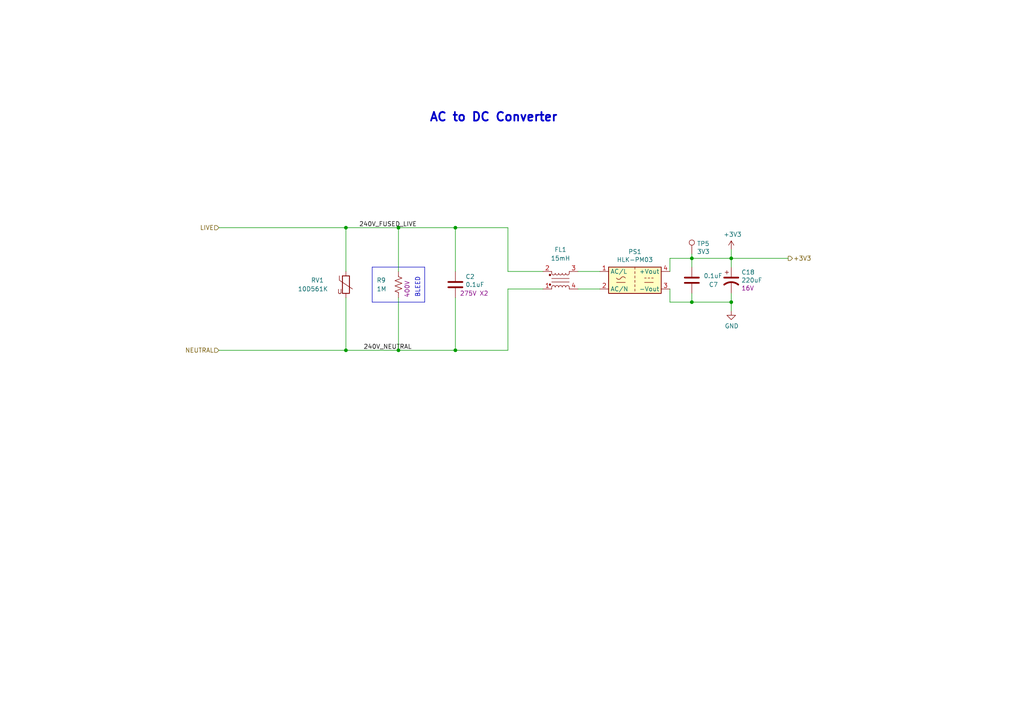
<source format=kicad_sch>
(kicad_sch (version 20230121) (generator eeschema)
  (paper "A4")
  (lib_symbols
    (symbol "Connector:TestPoint" (pin_numbers hide) (pin_names (offset 0.762) hide)
      (property "Reference" "TP" (at 0 6.858 0))
      (property "Value" "TestPoint" (at 0 5.08 0))
      (symbol "TestPoint_0_1"
        (circle (center 0 3.302) (radius 0.762))
      )
      (symbol "TestPoint_1_1"
        (pin passive line (at 0 0 90) (length 2.54) (name "1") (number "1"))
      )
    )
    (symbol "Converter_ACDC:HLK-PM03"
      (property "Reference" "PS" (at 0 5.08 0))
      (property "Value" "HLK-PM03" (at 0 -5.08 0))
      (symbol "HLK-PM03_0_1"
        (rectangle (start -7.62 3.81) (end 7.62 -3.81) (stroke (width 0.254)) (fill (type background)))
        (arc (start -5.334 0.635) (mid -4.699 0.2495) (end -4.064 0.635))
        (arc (start -2.794 0.635) (mid -3.429 1.0072) (end -4.064 0.635))
        (polyline (pts (xy -5.334 -0.635) (xy -2.794 -0.635)))
        (polyline (pts (xy 0 -2.54) (xy 0 -3.175)))
        (polyline (pts (xy 0 -1.27) (xy 0 -1.905)))
        (polyline (pts (xy 0 0) (xy 0 -0.635)))
        (polyline (pts (xy 0 1.27) (xy 0 0.635)))
        (polyline (pts (xy 0 2.54) (xy 0 1.905)))
        (polyline (pts (xy 0 3.81) (xy 0 3.175)))
        (polyline (pts (xy 2.794 -0.635) (xy 5.334 -0.635)))
        (polyline (pts (xy 2.794 0.635) (xy 3.302 0.635)))
        (polyline (pts (xy 3.81 0.635) (xy 4.318 0.635)))
        (polyline (pts (xy 4.826 0.635) (xy 5.334 0.635)))
      )
      (symbol "HLK-PM03_1_1"
        (pin power_in line (at -10.16 2.54 0) (length 2.54) (name "AC/L") (number "1"))
        (pin power_in line (at -10.16 -2.54 0) (length 2.54) (name "AC/N") (number "2"))
        (pin power_out line (at 10.16 -2.54 180) (length 2.54) (name "-Vout") (number "3"))
        (pin power_out line (at 10.16 2.54 180) (length 2.54) (name "+Vout") (number "4"))
      )
    )
    (symbol "Device:C" (pin_numbers hide) (pin_names (offset 0.254))
      (property "Reference" "C" (at 0.635 2.54 0))
      (property "Value" "C" (at 0.635 -2.54 0))
      (symbol "C_0_1"
        (polyline (pts (xy -2.032 -0.762) (xy 2.032 -0.762)) (stroke (width 0.508)))
        (polyline (pts (xy -2.032 0.762) (xy 2.032 0.762)) (stroke (width 0.508)))
      )
      (symbol "C_1_1"
        (pin passive line (at 0 3.81 270) (length 2.794) (name "~") (number "1"))
        (pin passive line (at 0 -3.81 90) (length 2.794) (name "~") (number "2"))
      )
    )
    (symbol "Device:CP1" (pin_numbers hide) (pin_names (offset 0.254) hide)
      (property "Reference" "C" (at 0.635 2.54 0))
      (property "Value" "Device_CP1" (at 0.635 -2.54 0))
      (symbol "CP1_0_1"
        (polyline (pts (xy -2.032 0.762) (xy 2.032 0.762)) (stroke (width 0.508)))
        (polyline (pts (xy -1.778 2.286) (xy -0.762 2.286)))
        (polyline (pts (xy -1.27 1.778) (xy -1.27 2.794)))
        (arc (start 2.032 -1.27) (mid 0 -0.5572) (end -2.032 -1.27) (stroke (width 0.508)))
      )
      (symbol "CP1_1_1"
        (pin passive line (at 0 3.81 270) (length 2.794) (name "~") (number "1"))
        (pin passive line (at 0 -3.81 90) (length 3.302) (name "~") (number "2"))
      )
    )
    (symbol "Device:Filter_EMI_LL_1423" (pin_names hide)
      (property "Reference" "FL" (at 0 4.445 0))
      (property "Value" "Filter_EMI_LL_1423" (at 0 -4.445 0))
      (symbol "Filter_EMI_LL_1423_0_1"
        (circle (center -3.048 -1.27) (radius 0.254) (fill (type outline)))
        (circle (center -3.048 1.524) (radius 0.254) (fill (type outline)))
        (arc (start -2.54 2.032) (mid -2.032 1.5262) (end -1.524 2.032))
        (arc (start -1.524 -2.032) (mid -2.032 -1.5262) (end -2.54 -2.032))
        (arc (start -1.524 2.032) (mid -1.016 1.5262) (end -0.508 2.032))
        (arc (start -0.508 -2.032) (mid -1.016 -1.5262) (end -1.524 -2.032))
        (arc (start -0.508 2.032) (mid 0 1.5262) (end 0.508 2.032))
        (polyline (pts (xy -2.54 -2.032) (xy -2.54 -2.54)))
        (polyline (pts (xy -2.54 0.508) (xy 2.54 0.508)))
        (polyline (pts (xy -2.54 2.032) (xy -2.54 2.54)))
        (polyline (pts (xy 2.54 -2.032) (xy 2.54 -2.54)))
        (polyline (pts (xy 2.54 -0.508) (xy -2.54 -0.508)))
        (polyline (pts (xy 2.54 2.54) (xy 2.54 2.032)))
        (arc (start 0.508 -2.032) (mid 0 -1.5262) (end -0.508 -2.032))
        (arc (start 0.508 2.032) (mid 1.016 1.5262) (end 1.524 2.032))
        (arc (start 1.524 -2.032) (mid 1.016 -1.5262) (end 0.508 -2.032))
        (arc (start 1.524 2.032) (mid 2.032 1.5262) (end 2.54 2.032))
        (arc (start 2.54 -2.032) (mid 2.032 -1.5262) (end 1.524 -2.032))
      )
      (symbol "Filter_EMI_LL_1423_1_1"
        (pin passive line (at -5.08 -2.54 0) (length 2.54) (name "1") (number "1"))
        (pin passive line (at -5.08 2.54 0) (length 2.54) (name "2") (number "2"))
        (pin passive line (at 5.08 2.54 180) (length 2.54) (name "3") (number "3"))
        (pin passive line (at 5.08 -2.54 180) (length 2.54) (name "4") (number "4"))
      )
    )
    (symbol "Device:R_US" (pin_numbers hide) (pin_names (offset 0))
      (property "Reference" "R" (at 2.54 0 90))
      (property "Value" "R_US" (at -2.54 0 90))
      (symbol "R_US_0_1"
        (polyline (pts (xy 0 -2.286) (xy 0 -2.54)))
        (polyline (pts (xy 0 2.286) (xy 0 2.54)))
        (polyline (pts (xy 0 -0.762) (xy 1.016 -1.143) (xy 0 -1.524) (xy -1.016 -1.905) (xy 0 -2.286)))
        (polyline (pts (xy 0 0.762) (xy 1.016 0.381) (xy 0 0) (xy -1.016 -0.381) (xy 0 -0.762)))
        (polyline (pts (xy 0 2.286) (xy 1.016 1.905) (xy 0 1.524) (xy -1.016 1.143) (xy 0 0.762)))
      )
      (symbol "R_US_1_1"
        (pin passive line (at 0 3.81 270) (length 1.27) (name "~") (number "1"))
        (pin passive line (at 0 -3.81 90) (length 1.27) (name "~") (number "2"))
      )
    )
    (symbol "Device:Varistor" (pin_numbers hide) (pin_names (offset 0))
      (property "Reference" "RV" (at 3.175 0 90))
      (property "Value" "Varistor" (at -3.175 0 90))
      (symbol "Varistor_0_0"
        (text "U" (at -1.778 -2.032 0) (effects (font (size 1.27 1.27))))
      )
      (symbol "Varistor_0_1"
        (rectangle (start -1.016 -2.54) (end 1.016 2.54) (stroke (width 0.254)))
        (polyline (pts (xy -1.905 2.54) (xy -1.905 1.27) (xy 1.905 -1.27)))
      )
      (symbol "Varistor_1_1"
        (pin passive line (at 0 3.81 270) (length 1.27) (name "~") (number "1"))
        (pin passive line (at 0 -3.81 90) (length 1.27) (name "~") (number "2"))
      )
    )
    (symbol "power:+3V3" (power) (pin_names (offset 0))
      (property "Value" "+3V3" (at 0 3.556 0))
      (symbol "+3V3_0_1"
        (polyline (pts (xy -0.762 1.27) (xy 0 2.54)))
        (polyline (pts (xy 0 0) (xy 0 2.54)))
        (polyline (pts (xy 0 2.54) (xy 0.762 1.27)))
      )
      (symbol "+3V3_1_1"
        (pin power_in line (at 0 0 90) (length 0) hide (name "+3V3") (number "1"))
      )
    )
    (symbol "power:GND" (power) (pin_names (offset 0))
      (property "Value" "GND" (at 0 -3.81 0))
      (symbol "GND_0_1"
        (polyline (pts (xy 0 0) (xy 0 -1.27) (xy 1.27 -1.27) (xy 0 -2.54) (xy -1.27 -1.27) (xy 0 -1.27)))
      )
      (symbol "GND_1_1"
        (pin power_in line (at 0 0 270) (length 0) hide (name "GND") (number "1"))
      )
    )
  )
  (junction (at 212.09 74.93))
  (junction (at 100.33 66.04))
  (junction (at 132.08 101.6))
  (junction (at 115.57 101.6))
  (junction (at 100.33 101.6))
  (junction (at 132.08 66.04))
  (junction (at 115.57 66.04))
  (junction (at 212.09 87.63))
  (junction (at 200.66 87.63))
  (junction (at 200.66 74.93))
  (wire (pts (xy 115.57 66.04) (xy 132.08 66.04)))
  (wire (pts (xy 212.09 87.63) (xy 212.09 85.09)))
  (wire (pts (xy 115.57 66.04) (xy 115.57 78.74)))
  (wire (pts (xy 147.32 66.04) (xy 147.32 78.74)))
  (wire (pts (xy 100.33 66.04) (xy 115.57 66.04)))
  (wire (pts (xy 200.66 87.63) (xy 212.09 87.63)))
  (wire (pts (xy 194.31 87.63) (xy 200.66 87.63)))
  (wire (pts (xy 212.09 74.93) (xy 212.09 77.47)))
  (polyline (pts (xy 107.95 87.63) (xy 107.95 77.47)))
  (polyline (pts (xy 123.19 77.47) (xy 123.19 87.63)))
  (wire (pts (xy 212.09 74.93) (xy 212.09 72.39)))
  (wire (pts (xy 200.66 85.09) (xy 200.66 87.63)))
  (wire (pts (xy 167.64 83.82) (xy 173.99 83.82)))
  (polyline (pts (xy 123.19 87.63) (xy 107.95 87.63)))
  (wire (pts (xy 194.31 78.74) (xy 194.31 74.93)))
  (wire (pts (xy 132.08 86.36) (xy 132.08 101.6)))
  (wire (pts (xy 200.66 74.93) (xy 212.09 74.93)))
  (wire (pts (xy 194.31 83.82) (xy 194.31 87.63)))
  (wire (pts (xy 100.33 86.36) (xy 100.33 101.6)))
  (wire (pts (xy 147.32 78.74) (xy 157.48 78.74)))
  (wire (pts (xy 115.57 101.6) (xy 132.08 101.6)))
  (polyline (pts (xy 107.95 77.47) (xy 123.19 77.47)))
  (wire (pts (xy 115.57 101.6) (xy 100.33 101.6)))
  (wire (pts (xy 167.64 78.74) (xy 173.99 78.74)))
  (wire (pts (xy 212.09 74.93) (xy 228.6 74.93)))
  (wire (pts (xy 132.08 66.04) (xy 147.32 66.04)))
  (wire (pts (xy 200.66 77.47) (xy 200.66 74.93)))
  (wire (pts (xy 115.57 86.36) (xy 115.57 101.6)))
  (wire (pts (xy 200.66 74.93) (xy 200.66 73.66)))
  (wire (pts (xy 63.5 101.6) (xy 100.33 101.6)))
  (wire (pts (xy 212.09 87.63) (xy 212.09 90.17)))
  (wire (pts (xy 194.31 74.93) (xy 200.66 74.93)))
  (wire (pts (xy 147.32 83.82) (xy 147.32 101.6)))
  (wire (pts (xy 63.5 66.04) (xy 100.33 66.04)))
  (wire (pts (xy 100.33 78.74) (xy 100.33 66.04)))
  (wire (pts (xy 132.08 78.74) (xy 132.08 66.04)))
  (wire (pts (xy 147.32 83.82) (xy 157.48 83.82)))
  (wire (pts (xy 147.32 101.6) (xy 132.08 101.6)))
  (text "BLEED" (at 121.92 86.36 90) (effects (font (size 1.27 1.27)) (justify left bottom)))
  (text "AC to DC Converter" (at 124.46 35.56 0) (effects (font (size 2.5 2.5) (thickness 0.5) bold) (justify left bottom)))
  (label "240V_FUSED_LIVE" (at 104.14 66.04 0))
  (label "240V_NEUTRAL" (at 105.41 101.6 0))
  (hierarchical_label "+3V3" (shape output) (at 228.6 74.93 0))
  (hierarchical_label "NEUTRAL" (shape input) (at 63.5 101.6 180))
  (hierarchical_label "LIVE" (shape input) (at 63.5 66.04 180))
  (symbol (lib_id "power:GND") (at 212.09 90.17 0) (unit 1)
    (property "Reference" "#PWR06" (effects hide))
    (property "Value" "GND" (at 212.217 94.5642 0))
    (instances (project "controller" (path "" (reference "#PWR06") (unit 1)) (path "" (reference "#PWR029") (unit 1))))
  )
  (symbol (lib_id "power:+3V3") (at 212.09 72.39 0) (unit 1)
    (property "Reference" "#PWR03" (effects hide))
    (property "Value" "+3V3" (at 212.471 67.9958 0))
    (instances (project "controller" (path "" (reference "#PWR03") (unit 1)) (path "" (reference "#PWR028") (unit 1))))
  )
  (symbol (lib_id "Device:Varistor") (at 100.33 82.55 0) (unit 1)
    (property "Reference" "RV1" (at 90.17 81.28 0) (effects (justify left)))
    (property "Value" "10D561K" (at 86.36 83.82 0) (effects (justify left)))
    (property "Footprint" "Varistor:RV_Disc_D12mm_W6.1mm_P7.5mm" (effects hide))
    (property "Datasheet" "https://datasheet.lcsc.com/lcsc/2211011730_JK-ET-JVRS10D561KF7150A10BFA_C5142973.pdf" (effects hide))
    (property "LCSC" "C5142973" (effects hide))
    (property "PN" "JVRS10D561KF7150A10BFA" (effects hide))
  )
  (symbol (lib_id "Connector:TestPoint") (at 200.66 73.66 0) (unit 1)
    (property "Reference" "TP5" (at 202.1332 70.6628 0) (effects (justify left)))
    (property "Value" "3V3" (at 202.1332 72.9742 0) (effects (justify left)))
    (property "Footprint" "TestPoint:TestPoint_Pad_D1.5mm" (effects hide))
  )
  (symbol (lib_id "Device:CP1") (at 212.09 81.28 0) (unit 1)
    (property "Reference" "C18" (at 215.011 78.9686 0) (effects (justify left)))
    (property "Value" "220uF" (at 215.011 81.28 0) (effects (justify left)))
    (property "Footprint" "Capacitor_SMD:CP_Elec_6.3x7.7" (effects hide))
    (property "Datasheet" "https://datasheet.lcsc.com/lcsc/2206291630_NCC-Nippon-Chemi-Con-EMZA160ARA221MF80G-CAR_C2972716.pdf" (effects hide))
    (property "Voltage" "16V" (at 215.011 83.5914 0) (effects (justify left)))
    (property "PN" "EMZA160ARA221MF80G-CAR" (effects hide))
    (property "LCSC" "C2972716" (effects hide))
    (instances (project "controller" (path "" (reference "C18") (unit 1)) (path "" (reference "C19") (unit 1))))
  )
  (symbol (lib_id "Device:C") (at 132.08 82.55 0) (unit 1)
    (property "Reference" "C2" (at 135.001 80.2386 0) (effects (justify left)))
    (property "Value" "0.1uF" (at 135.001 82.55 0) (effects (justify left)))
    (property "Footprint" "Capacitor_THT:C_Rect_L13.0mm_W5.0mm_P10.00mm_FKS3_FKP3_MKS4" (effects hide))
    (property "Datasheet" "https://datasheet.lcsc.com/lcsc/2111121830_SRD-Shenzhen-Sincerity-Tech-MP2104K27C3X6LC_C105759.pdf" (effects hide))
    (property "Voltage" "275V X2" (at 133.35 85.09 0) (effects (justify left)))
    (property "LCSC" "C105759" (effects hide))
    (property "PN" "MP2104K27C3X6LC" (effects hide))
    (instances (project "controller" (path "" (reference "C2") (unit 1)) (path "" (reference "C17") (unit 1))))
  )
  (symbol (lib_id "Device:C") (at 200.66 81.28 180) (unit 1)
    (property "Reference" "C7" (at 208.28 82.55 0) (effects (justify left)))
    (property "Value" "0.1uF" (at 209.55 80.01 0) (effects (justify left)))
    (property "Footprint" "Capacitor_SMD:C_0402_1005Metric" (effects hide))
    (property "LCSC" "C307331" (effects hide))
    (property "PN" "CL05B104KB54PNC" (effects hide))
    (property "Voltage" "50V" (effects hide))
    (instances (project "controller" (path "" (reference "C7") (unit 1)) (path "" (reference "C18") (unit 1))))
  )
  (symbol (lib_id "Converter_ACDC:HLK-PM03") (at 184.15 81.28 0) (unit 1)
    (property "Reference" "PS1" (at 184.15 73.025 0))
    (property "Value" "HLK-PM03" (at 184.15 75.3364 0))
    (property "Footprint" "Voltlog:Converter_ACDC_HiLink_HLK-PMxx" (effects hide))
    (property "Datasheet" "http://www.hlktech.net/product_detail.php?ProId=59" (effects hide))
    (property "LCSC" "C209904" (effects hide))
  )
  (symbol (lib_id "Device:Filter_EMI_LL_1423") (at 162.56 81.28 0) (unit 1)
    (property "Reference" "FL1" (at 162.56 72.39 0))
    (property "Value" "15mH" (at 162.56 74.93 0))
    (property "Footprint" "Voltlog:PSSQAQ1212-153M" (effects hide))
    (property "Datasheet" "https://datasheet.lcsc.com/lcsc/2212091008_PROD-Tech-PSSQAQ1212-153M_C2962902.pdf" (effects hide))
    (property "LCSC" "C2962902" (effects hide))
    (property "PN" "PSSQAQ1212-153M" (effects hide))
  )
  (symbol (lib_id "Device:R_US") (at 115.57 82.55 0) (unit 1)
    (property "Reference" "R9" (at 109.22 81.28 0) (effects (justify left)))
    (property "Value" "1M" (at 109.22 83.82 0) (effects (justify left)))
    (property "Footprint" "Resistor_SMD:R_2010_5025Metric" (effects hide))
    (property "Datasheet" "https://datasheet.lcsc.com/lcsc/2304140030_UNI-ROYAL-Uniroyal-Elec-AS101AJ0105T4E_C965991.pdf" (effects hide))
    (property "LCSC" "C965991" (effects hide))
    (property "PN" "AS101AJ0105T4E" (effects hide))
    (property "Voltage" "400V" (at 118.11 83.82 90))
    (instances (project "controller" (path "" (reference "R9") (unit 1)) (path "" (reference "R19") (unit 1)) (path "" (reference "R14") (unit 1))))
  )
)
</source>
